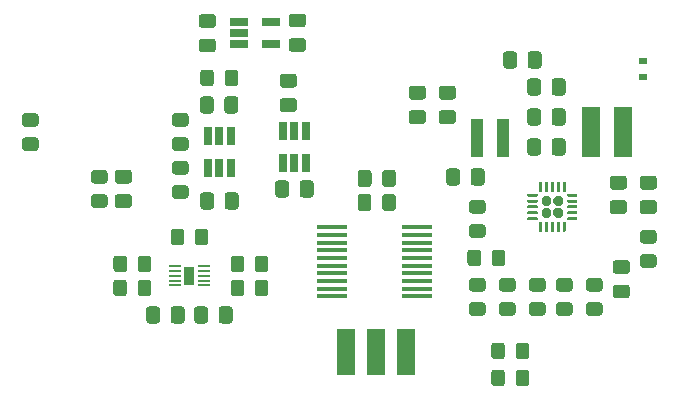
<source format=gbp>
G04 #@! TF.GenerationSoftware,KiCad,Pcbnew,(5.1.6)-1*
G04 #@! TF.CreationDate,2021-01-14T13:32:54+01:00*
G04 #@! TF.ProjectId,Power_module_v1,506f7765-725f-46d6-9f64-756c655f7631,rev?*
G04 #@! TF.SameCoordinates,Original*
G04 #@! TF.FileFunction,Paste,Bot*
G04 #@! TF.FilePolarity,Positive*
%FSLAX46Y46*%
G04 Gerber Fmt 4.6, Leading zero omitted, Abs format (unit mm)*
G04 Created by KiCad (PCBNEW (5.1.6)-1) date 2021-01-14 13:32:54*
%MOMM*%
%LPD*%
G01*
G04 APERTURE LIST*
%ADD10R,0.700000X0.600000*%
%ADD11R,1.000000X0.200000*%
%ADD12R,0.900000X1.500000*%
%ADD13R,1.600000X4.300000*%
%ADD14R,1.000000X3.200000*%
%ADD15R,0.650000X1.560000*%
%ADD16R,1.560000X0.650000*%
%ADD17R,2.500000X0.450000*%
%ADD18R,1.524000X4.000000*%
G04 APERTURE END LIST*
D10*
X145100000Y-78700000D03*
X145100000Y-77300000D03*
G36*
G01*
X107139000Y-92652001D02*
X107139000Y-91751999D01*
G75*
G02*
X107388999Y-91502000I249999J0D01*
G01*
X108039001Y-91502000D01*
G75*
G02*
X108289000Y-91751999I0J-249999D01*
G01*
X108289000Y-92652001D01*
G75*
G02*
X108039001Y-92902000I-249999J0D01*
G01*
X107388999Y-92902000D01*
G75*
G02*
X107139000Y-92652001I0J249999D01*
G01*
G37*
G36*
G01*
X105089000Y-92652001D02*
X105089000Y-91751999D01*
G75*
G02*
X105338999Y-91502000I249999J0D01*
G01*
X105989001Y-91502000D01*
G75*
G02*
X106239000Y-91751999I0J-249999D01*
G01*
X106239000Y-92652001D01*
G75*
G02*
X105989001Y-92902000I-249999J0D01*
G01*
X105338999Y-92902000D01*
G75*
G02*
X105089000Y-92652001I0J249999D01*
G01*
G37*
G36*
G01*
X112219000Y-94938001D02*
X112219000Y-94037999D01*
G75*
G02*
X112468999Y-93788000I249999J0D01*
G01*
X113119001Y-93788000D01*
G75*
G02*
X113369000Y-94037999I0J-249999D01*
G01*
X113369000Y-94938001D01*
G75*
G02*
X113119001Y-95188000I-249999J0D01*
G01*
X112468999Y-95188000D01*
G75*
G02*
X112219000Y-94938001I0J249999D01*
G01*
G37*
G36*
G01*
X110169000Y-94938001D02*
X110169000Y-94037999D01*
G75*
G02*
X110418999Y-93788000I249999J0D01*
G01*
X111069001Y-93788000D01*
G75*
G02*
X111319000Y-94037999I0J-249999D01*
G01*
X111319000Y-94938001D01*
G75*
G02*
X111069001Y-95188000I-249999J0D01*
G01*
X110418999Y-95188000D01*
G75*
G02*
X110169000Y-94938001I0J249999D01*
G01*
G37*
G36*
G01*
X136456000Y-81567000D02*
X136456000Y-82517000D01*
G75*
G02*
X136206000Y-82767000I-250000J0D01*
G01*
X135531000Y-82767000D01*
G75*
G02*
X135281000Y-82517000I0J250000D01*
G01*
X135281000Y-81567000D01*
G75*
G02*
X135531000Y-81317000I250000J0D01*
G01*
X136206000Y-81317000D01*
G75*
G02*
X136456000Y-81567000I0J-250000D01*
G01*
G37*
G36*
G01*
X138531000Y-81567000D02*
X138531000Y-82517000D01*
G75*
G02*
X138281000Y-82767000I-250000J0D01*
G01*
X137606000Y-82767000D01*
G75*
G02*
X137356000Y-82517000I0J250000D01*
G01*
X137356000Y-81567000D01*
G75*
G02*
X137606000Y-81317000I250000J0D01*
G01*
X138281000Y-81317000D01*
G75*
G02*
X138531000Y-81567000I0J-250000D01*
G01*
G37*
G36*
G01*
X142781000Y-96229500D02*
X143731000Y-96229500D01*
G75*
G02*
X143981000Y-96479500I0J-250000D01*
G01*
X143981000Y-97154500D01*
G75*
G02*
X143731000Y-97404500I-250000J0D01*
G01*
X142781000Y-97404500D01*
G75*
G02*
X142531000Y-97154500I0J250000D01*
G01*
X142531000Y-96479500D01*
G75*
G02*
X142781000Y-96229500I250000J0D01*
G01*
G37*
G36*
G01*
X142781000Y-94154500D02*
X143731000Y-94154500D01*
G75*
G02*
X143981000Y-94404500I0J-250000D01*
G01*
X143981000Y-95079500D01*
G75*
G02*
X143731000Y-95329500I-250000J0D01*
G01*
X142781000Y-95329500D01*
G75*
G02*
X142531000Y-95079500I0J250000D01*
G01*
X142531000Y-94404500D01*
G75*
G02*
X142781000Y-94154500I250000J0D01*
G01*
G37*
G36*
G01*
X126459000Y-80576000D02*
X125509000Y-80576000D01*
G75*
G02*
X125259000Y-80326000I0J250000D01*
G01*
X125259000Y-79651000D01*
G75*
G02*
X125509000Y-79401000I250000J0D01*
G01*
X126459000Y-79401000D01*
G75*
G02*
X126709000Y-79651000I0J-250000D01*
G01*
X126709000Y-80326000D01*
G75*
G02*
X126459000Y-80576000I-250000J0D01*
G01*
G37*
G36*
G01*
X126459000Y-82651000D02*
X125509000Y-82651000D01*
G75*
G02*
X125259000Y-82401000I0J250000D01*
G01*
X125259000Y-81726000D01*
G75*
G02*
X125509000Y-81476000I250000J0D01*
G01*
X126459000Y-81476000D01*
G75*
G02*
X126709000Y-81726000I0J-250000D01*
G01*
X126709000Y-82401000D01*
G75*
G02*
X126459000Y-82651000I-250000J0D01*
G01*
G37*
G36*
G01*
X142527000Y-89096000D02*
X143477000Y-89096000D01*
G75*
G02*
X143727000Y-89346000I0J-250000D01*
G01*
X143727000Y-90021000D01*
G75*
G02*
X143477000Y-90271000I-250000J0D01*
G01*
X142527000Y-90271000D01*
G75*
G02*
X142277000Y-90021000I0J250000D01*
G01*
X142277000Y-89346000D01*
G75*
G02*
X142527000Y-89096000I250000J0D01*
G01*
G37*
G36*
G01*
X142527000Y-87021000D02*
X143477000Y-87021000D01*
G75*
G02*
X143727000Y-87271000I0J-250000D01*
G01*
X143727000Y-87946000D01*
G75*
G02*
X143477000Y-88196000I-250000J0D01*
G01*
X142527000Y-88196000D01*
G75*
G02*
X142277000Y-87946000I0J250000D01*
G01*
X142277000Y-87271000D01*
G75*
G02*
X142527000Y-87021000I250000J0D01*
G01*
G37*
G36*
G01*
X136456000Y-84107000D02*
X136456000Y-85057000D01*
G75*
G02*
X136206000Y-85307000I-250000J0D01*
G01*
X135531000Y-85307000D01*
G75*
G02*
X135281000Y-85057000I0J250000D01*
G01*
X135281000Y-84107000D01*
G75*
G02*
X135531000Y-83857000I250000J0D01*
G01*
X136206000Y-83857000D01*
G75*
G02*
X136456000Y-84107000I0J-250000D01*
G01*
G37*
G36*
G01*
X138531000Y-84107000D02*
X138531000Y-85057000D01*
G75*
G02*
X138281000Y-85307000I-250000J0D01*
G01*
X137606000Y-85307000D01*
G75*
G02*
X137356000Y-85057000I0J250000D01*
G01*
X137356000Y-84107000D01*
G75*
G02*
X137606000Y-83857000I250000J0D01*
G01*
X138281000Y-83857000D01*
G75*
G02*
X138531000Y-84107000I0J-250000D01*
G01*
G37*
G36*
G01*
X122996000Y-89756000D02*
X122996000Y-88806000D01*
G75*
G02*
X123246000Y-88556000I250000J0D01*
G01*
X123921000Y-88556000D01*
G75*
G02*
X124171000Y-88806000I0J-250000D01*
G01*
X124171000Y-89756000D01*
G75*
G02*
X123921000Y-90006000I-250000J0D01*
G01*
X123246000Y-90006000D01*
G75*
G02*
X122996000Y-89756000I0J250000D01*
G01*
G37*
G36*
G01*
X120921000Y-89756000D02*
X120921000Y-88806000D01*
G75*
G02*
X121171000Y-88556000I250000J0D01*
G01*
X121846000Y-88556000D01*
G75*
G02*
X122096000Y-88806000I0J-250000D01*
G01*
X122096000Y-89756000D01*
G75*
G02*
X121846000Y-90006000I-250000J0D01*
G01*
X121171000Y-90006000D01*
G75*
G02*
X120921000Y-89756000I0J250000D01*
G01*
G37*
G36*
G01*
X123005000Y-87724000D02*
X123005000Y-86774000D01*
G75*
G02*
X123255000Y-86524000I250000J0D01*
G01*
X123930000Y-86524000D01*
G75*
G02*
X124180000Y-86774000I0J-250000D01*
G01*
X124180000Y-87724000D01*
G75*
G02*
X123930000Y-87974000I-250000J0D01*
G01*
X123255000Y-87974000D01*
G75*
G02*
X123005000Y-87724000I0J250000D01*
G01*
G37*
G36*
G01*
X120930000Y-87724000D02*
X120930000Y-86774000D01*
G75*
G02*
X121180000Y-86524000I250000J0D01*
G01*
X121855000Y-86524000D01*
G75*
G02*
X122105000Y-86774000I0J-250000D01*
G01*
X122105000Y-87724000D01*
G75*
G02*
X121855000Y-87974000I-250000J0D01*
G01*
X121180000Y-87974000D01*
G75*
G02*
X120930000Y-87724000I0J250000D01*
G01*
G37*
G36*
G01*
X109648500Y-81501000D02*
X109648500Y-80551000D01*
G75*
G02*
X109898500Y-80301000I250000J0D01*
G01*
X110573500Y-80301000D01*
G75*
G02*
X110823500Y-80551000I0J-250000D01*
G01*
X110823500Y-81501000D01*
G75*
G02*
X110573500Y-81751000I-250000J0D01*
G01*
X109898500Y-81751000D01*
G75*
G02*
X109648500Y-81501000I0J250000D01*
G01*
G37*
G36*
G01*
X107573500Y-81501000D02*
X107573500Y-80551000D01*
G75*
G02*
X107823500Y-80301000I250000J0D01*
G01*
X108498500Y-80301000D01*
G75*
G02*
X108748500Y-80551000I0J-250000D01*
G01*
X108748500Y-81501000D01*
G75*
G02*
X108498500Y-81751000I-250000J0D01*
G01*
X107823500Y-81751000D01*
G75*
G02*
X107573500Y-81501000I0J250000D01*
G01*
G37*
G36*
G01*
X115537000Y-79560000D02*
X114587000Y-79560000D01*
G75*
G02*
X114337000Y-79310000I0J250000D01*
G01*
X114337000Y-78635000D01*
G75*
G02*
X114587000Y-78385000I250000J0D01*
G01*
X115537000Y-78385000D01*
G75*
G02*
X115787000Y-78635000I0J-250000D01*
G01*
X115787000Y-79310000D01*
G75*
G02*
X115537000Y-79560000I-250000J0D01*
G01*
G37*
G36*
G01*
X115537000Y-81635000D02*
X114587000Y-81635000D01*
G75*
G02*
X114337000Y-81385000I0J250000D01*
G01*
X114337000Y-80710000D01*
G75*
G02*
X114587000Y-80460000I250000J0D01*
G01*
X115537000Y-80460000D01*
G75*
G02*
X115787000Y-80710000I0J-250000D01*
G01*
X115787000Y-81385000D01*
G75*
G02*
X115537000Y-81635000I-250000J0D01*
G01*
G37*
G36*
G01*
X108770000Y-88679000D02*
X108770000Y-89629000D01*
G75*
G02*
X108520000Y-89879000I-250000J0D01*
G01*
X107845000Y-89879000D01*
G75*
G02*
X107595000Y-89629000I0J250000D01*
G01*
X107595000Y-88679000D01*
G75*
G02*
X107845000Y-88429000I250000J0D01*
G01*
X108520000Y-88429000D01*
G75*
G02*
X108770000Y-88679000I0J-250000D01*
G01*
G37*
G36*
G01*
X110845000Y-88679000D02*
X110845000Y-89629000D01*
G75*
G02*
X110595000Y-89879000I-250000J0D01*
G01*
X109920000Y-89879000D01*
G75*
G02*
X109670000Y-89629000I0J250000D01*
G01*
X109670000Y-88679000D01*
G75*
G02*
X109920000Y-88429000I250000J0D01*
G01*
X110595000Y-88429000D01*
G75*
G02*
X110845000Y-88679000I0J-250000D01*
G01*
G37*
G36*
G01*
X101567000Y-87688000D02*
X100617000Y-87688000D01*
G75*
G02*
X100367000Y-87438000I0J250000D01*
G01*
X100367000Y-86763000D01*
G75*
G02*
X100617000Y-86513000I250000J0D01*
G01*
X101567000Y-86513000D01*
G75*
G02*
X101817000Y-86763000I0J-250000D01*
G01*
X101817000Y-87438000D01*
G75*
G02*
X101567000Y-87688000I-250000J0D01*
G01*
G37*
G36*
G01*
X101567000Y-89763000D02*
X100617000Y-89763000D01*
G75*
G02*
X100367000Y-89513000I0J250000D01*
G01*
X100367000Y-88838000D01*
G75*
G02*
X100617000Y-88588000I250000J0D01*
G01*
X101567000Y-88588000D01*
G75*
G02*
X101817000Y-88838000I0J-250000D01*
G01*
X101817000Y-89513000D01*
G75*
G02*
X101567000Y-89763000I-250000J0D01*
G01*
G37*
G36*
G01*
X115120000Y-87663000D02*
X115120000Y-88613000D01*
G75*
G02*
X114870000Y-88863000I-250000J0D01*
G01*
X114195000Y-88863000D01*
G75*
G02*
X113945000Y-88613000I0J250000D01*
G01*
X113945000Y-87663000D01*
G75*
G02*
X114195000Y-87413000I250000J0D01*
G01*
X114870000Y-87413000D01*
G75*
G02*
X115120000Y-87663000I0J-250000D01*
G01*
G37*
G36*
G01*
X117195000Y-87663000D02*
X117195000Y-88613000D01*
G75*
G02*
X116945000Y-88863000I-250000J0D01*
G01*
X116270000Y-88863000D01*
G75*
G02*
X116020000Y-88613000I0J250000D01*
G01*
X116020000Y-87663000D01*
G75*
G02*
X116270000Y-87413000I250000J0D01*
G01*
X116945000Y-87413000D01*
G75*
G02*
X117195000Y-87663000I0J-250000D01*
G01*
G37*
G36*
G01*
X108262000Y-98331000D02*
X108262000Y-99281000D01*
G75*
G02*
X108012000Y-99531000I-250000J0D01*
G01*
X107337000Y-99531000D01*
G75*
G02*
X107087000Y-99281000I0J250000D01*
G01*
X107087000Y-98331000D01*
G75*
G02*
X107337000Y-98081000I250000J0D01*
G01*
X108012000Y-98081000D01*
G75*
G02*
X108262000Y-98331000I0J-250000D01*
G01*
G37*
G36*
G01*
X110337000Y-98331000D02*
X110337000Y-99281000D01*
G75*
G02*
X110087000Y-99531000I-250000J0D01*
G01*
X109412000Y-99531000D01*
G75*
G02*
X109162000Y-99281000I0J250000D01*
G01*
X109162000Y-98331000D01*
G75*
G02*
X109412000Y-98081000I250000J0D01*
G01*
X110087000Y-98081000D01*
G75*
G02*
X110337000Y-98331000I0J-250000D01*
G01*
G37*
G36*
G01*
X116299000Y-74458500D02*
X115349000Y-74458500D01*
G75*
G02*
X115099000Y-74208500I0J250000D01*
G01*
X115099000Y-73533500D01*
G75*
G02*
X115349000Y-73283500I250000J0D01*
G01*
X116299000Y-73283500D01*
G75*
G02*
X116549000Y-73533500I0J-250000D01*
G01*
X116549000Y-74208500D01*
G75*
G02*
X116299000Y-74458500I-250000J0D01*
G01*
G37*
G36*
G01*
X116299000Y-76533500D02*
X115349000Y-76533500D01*
G75*
G02*
X115099000Y-76283500I0J250000D01*
G01*
X115099000Y-75608500D01*
G75*
G02*
X115349000Y-75358500I250000J0D01*
G01*
X116299000Y-75358500D01*
G75*
G02*
X116549000Y-75608500I0J-250000D01*
G01*
X116549000Y-76283500D01*
G75*
G02*
X116299000Y-76533500I-250000J0D01*
G01*
G37*
G36*
G01*
X107729000Y-75401500D02*
X108679000Y-75401500D01*
G75*
G02*
X108929000Y-75651500I0J-250000D01*
G01*
X108929000Y-76326500D01*
G75*
G02*
X108679000Y-76576500I-250000J0D01*
G01*
X107729000Y-76576500D01*
G75*
G02*
X107479000Y-76326500I0J250000D01*
G01*
X107479000Y-75651500D01*
G75*
G02*
X107729000Y-75401500I250000J0D01*
G01*
G37*
G36*
G01*
X107729000Y-73326500D02*
X108679000Y-73326500D01*
G75*
G02*
X108929000Y-73576500I0J-250000D01*
G01*
X108929000Y-74251500D01*
G75*
G02*
X108679000Y-74501500I-250000J0D01*
G01*
X107729000Y-74501500D01*
G75*
G02*
X107479000Y-74251500I0J250000D01*
G01*
X107479000Y-73576500D01*
G75*
G02*
X107729000Y-73326500I250000J0D01*
G01*
G37*
G36*
G01*
X105098000Y-99281000D02*
X105098000Y-98331000D01*
G75*
G02*
X105348000Y-98081000I250000J0D01*
G01*
X106023000Y-98081000D01*
G75*
G02*
X106273000Y-98331000I0J-250000D01*
G01*
X106273000Y-99281000D01*
G75*
G02*
X106023000Y-99531000I-250000J0D01*
G01*
X105348000Y-99531000D01*
G75*
G02*
X105098000Y-99281000I0J250000D01*
G01*
G37*
G36*
G01*
X103023000Y-99281000D02*
X103023000Y-98331000D01*
G75*
G02*
X103273000Y-98081000I250000J0D01*
G01*
X103948000Y-98081000D01*
G75*
G02*
X104198000Y-98331000I0J-250000D01*
G01*
X104198000Y-99281000D01*
G75*
G02*
X103948000Y-99531000I-250000J0D01*
G01*
X103273000Y-99531000D01*
G75*
G02*
X103023000Y-99281000I0J250000D01*
G01*
G37*
G36*
G01*
X128423000Y-87597000D02*
X128423000Y-86647000D01*
G75*
G02*
X128673000Y-86397000I250000J0D01*
G01*
X129348000Y-86397000D01*
G75*
G02*
X129598000Y-86647000I0J-250000D01*
G01*
X129598000Y-87597000D01*
G75*
G02*
X129348000Y-87847000I-250000J0D01*
G01*
X128673000Y-87847000D01*
G75*
G02*
X128423000Y-87597000I0J250000D01*
G01*
G37*
G36*
G01*
X130498000Y-87597000D02*
X130498000Y-86647000D01*
G75*
G02*
X130748000Y-86397000I250000J0D01*
G01*
X131423000Y-86397000D01*
G75*
G02*
X131673000Y-86647000I0J-250000D01*
G01*
X131673000Y-87597000D01*
G75*
G02*
X131423000Y-87847000I-250000J0D01*
G01*
X130748000Y-87847000D01*
G75*
G02*
X130498000Y-87597000I0J250000D01*
G01*
G37*
G36*
G01*
X145067000Y-87021000D02*
X146017000Y-87021000D01*
G75*
G02*
X146267000Y-87271000I0J-250000D01*
G01*
X146267000Y-87946000D01*
G75*
G02*
X146017000Y-88196000I-250000J0D01*
G01*
X145067000Y-88196000D01*
G75*
G02*
X144817000Y-87946000I0J250000D01*
G01*
X144817000Y-87271000D01*
G75*
G02*
X145067000Y-87021000I250000J0D01*
G01*
G37*
G36*
G01*
X145067000Y-89096000D02*
X146017000Y-89096000D01*
G75*
G02*
X146267000Y-89346000I0J-250000D01*
G01*
X146267000Y-90021000D01*
G75*
G02*
X146017000Y-90271000I-250000J0D01*
G01*
X145067000Y-90271000D01*
G75*
G02*
X144817000Y-90021000I0J250000D01*
G01*
X144817000Y-89346000D01*
G75*
G02*
X145067000Y-89096000I250000J0D01*
G01*
G37*
G36*
G01*
X136456000Y-79027000D02*
X136456000Y-79977000D01*
G75*
G02*
X136206000Y-80227000I-250000J0D01*
G01*
X135531000Y-80227000D01*
G75*
G02*
X135281000Y-79977000I0J250000D01*
G01*
X135281000Y-79027000D01*
G75*
G02*
X135531000Y-78777000I250000J0D01*
G01*
X136206000Y-78777000D01*
G75*
G02*
X136456000Y-79027000I0J-250000D01*
G01*
G37*
G36*
G01*
X138531000Y-79027000D02*
X138531000Y-79977000D01*
G75*
G02*
X138281000Y-80227000I-250000J0D01*
G01*
X137606000Y-80227000D01*
G75*
G02*
X137356000Y-79977000I0J250000D01*
G01*
X137356000Y-79027000D01*
G75*
G02*
X137606000Y-78777000I250000J0D01*
G01*
X138281000Y-78777000D01*
G75*
G02*
X138531000Y-79027000I0J-250000D01*
G01*
G37*
G36*
G01*
X135324000Y-77691000D02*
X135324000Y-76741000D01*
G75*
G02*
X135574000Y-76491000I250000J0D01*
G01*
X136249000Y-76491000D01*
G75*
G02*
X136499000Y-76741000I0J-250000D01*
G01*
X136499000Y-77691000D01*
G75*
G02*
X136249000Y-77941000I-250000J0D01*
G01*
X135574000Y-77941000D01*
G75*
G02*
X135324000Y-77691000I0J250000D01*
G01*
G37*
G36*
G01*
X133249000Y-77691000D02*
X133249000Y-76741000D01*
G75*
G02*
X133499000Y-76491000I250000J0D01*
G01*
X134174000Y-76491000D01*
G75*
G02*
X134424000Y-76741000I0J-250000D01*
G01*
X134424000Y-77691000D01*
G75*
G02*
X134174000Y-77941000I-250000J0D01*
G01*
X133499000Y-77941000D01*
G75*
G02*
X133249000Y-77691000I0J250000D01*
G01*
G37*
G36*
G01*
X128999000Y-80576000D02*
X128049000Y-80576000D01*
G75*
G02*
X127799000Y-80326000I0J250000D01*
G01*
X127799000Y-79651000D01*
G75*
G02*
X128049000Y-79401000I250000J0D01*
G01*
X128999000Y-79401000D01*
G75*
G02*
X129249000Y-79651000I0J-250000D01*
G01*
X129249000Y-80326000D01*
G75*
G02*
X128999000Y-80576000I-250000J0D01*
G01*
G37*
G36*
G01*
X128999000Y-82651000D02*
X128049000Y-82651000D01*
G75*
G02*
X127799000Y-82401000I0J250000D01*
G01*
X127799000Y-81726000D01*
G75*
G02*
X128049000Y-81476000I250000J0D01*
G01*
X128999000Y-81476000D01*
G75*
G02*
X129249000Y-81726000I0J-250000D01*
G01*
X129249000Y-82401000D01*
G75*
G02*
X128999000Y-82651000I-250000J0D01*
G01*
G37*
D11*
X105430000Y-96304000D03*
X105430000Y-95904000D03*
X105430000Y-95504000D03*
X105430000Y-95104000D03*
X105430000Y-94704000D03*
X107930000Y-94704000D03*
X107930000Y-95104000D03*
X107930000Y-95504000D03*
X107930000Y-95904000D03*
X107930000Y-96304000D03*
D12*
X106680000Y-95504000D03*
D13*
X140716000Y-83312000D03*
X143416000Y-83312000D03*
D14*
X131064000Y-83820000D03*
X133264000Y-83820000D03*
G36*
G01*
X145091999Y-91618000D02*
X145992001Y-91618000D01*
G75*
G02*
X146242000Y-91867999I0J-249999D01*
G01*
X146242000Y-92518001D01*
G75*
G02*
X145992001Y-92768000I-249999J0D01*
G01*
X145091999Y-92768000D01*
G75*
G02*
X144842000Y-92518001I0J249999D01*
G01*
X144842000Y-91867999D01*
G75*
G02*
X145091999Y-91618000I249999J0D01*
G01*
G37*
G36*
G01*
X145091999Y-93668000D02*
X145992001Y-93668000D01*
G75*
G02*
X146242000Y-93917999I0J-249999D01*
G01*
X146242000Y-94568001D01*
G75*
G02*
X145992001Y-94818000I-249999J0D01*
G01*
X145091999Y-94818000D01*
G75*
G02*
X144842000Y-94568001I0J249999D01*
G01*
X144842000Y-93917999D01*
G75*
G02*
X145091999Y-93668000I249999J0D01*
G01*
G37*
G36*
G01*
X101395000Y-96069999D02*
X101395000Y-96970001D01*
G75*
G02*
X101145001Y-97220000I-249999J0D01*
G01*
X100494999Y-97220000D01*
G75*
G02*
X100245000Y-96970001I0J249999D01*
G01*
X100245000Y-96069999D01*
G75*
G02*
X100494999Y-95820000I249999J0D01*
G01*
X101145001Y-95820000D01*
G75*
G02*
X101395000Y-96069999I0J-249999D01*
G01*
G37*
G36*
G01*
X103445000Y-96069999D02*
X103445000Y-96970001D01*
G75*
G02*
X103195001Y-97220000I-249999J0D01*
G01*
X102544999Y-97220000D01*
G75*
G02*
X102295000Y-96970001I0J249999D01*
G01*
X102295000Y-96069999D01*
G75*
G02*
X102544999Y-95820000I249999J0D01*
G01*
X103195001Y-95820000D01*
G75*
G02*
X103445000Y-96069999I0J-249999D01*
G01*
G37*
G36*
G01*
X103454000Y-94037999D02*
X103454000Y-94938001D01*
G75*
G02*
X103204001Y-95188000I-249999J0D01*
G01*
X102553999Y-95188000D01*
G75*
G02*
X102304000Y-94938001I0J249999D01*
G01*
X102304000Y-94037999D01*
G75*
G02*
X102553999Y-93788000I249999J0D01*
G01*
X103204001Y-93788000D01*
G75*
G02*
X103454000Y-94037999I0J-249999D01*
G01*
G37*
G36*
G01*
X101404000Y-94037999D02*
X101404000Y-94938001D01*
G75*
G02*
X101154001Y-95188000I-249999J0D01*
G01*
X100503999Y-95188000D01*
G75*
G02*
X100254000Y-94938001I0J249999D01*
G01*
X100254000Y-94037999D01*
G75*
G02*
X100503999Y-93788000I249999J0D01*
G01*
X101154001Y-93788000D01*
G75*
G02*
X101404000Y-94037999I0J-249999D01*
G01*
G37*
G36*
G01*
X110169000Y-96970001D02*
X110169000Y-96069999D01*
G75*
G02*
X110418999Y-95820000I249999J0D01*
G01*
X111069001Y-95820000D01*
G75*
G02*
X111319000Y-96069999I0J-249999D01*
G01*
X111319000Y-96970001D01*
G75*
G02*
X111069001Y-97220000I-249999J0D01*
G01*
X110418999Y-97220000D01*
G75*
G02*
X110169000Y-96970001I0J249999D01*
G01*
G37*
G36*
G01*
X112219000Y-96970001D02*
X112219000Y-96069999D01*
G75*
G02*
X112468999Y-95820000I249999J0D01*
G01*
X113119001Y-95820000D01*
G75*
G02*
X113369000Y-96069999I0J-249999D01*
G01*
X113369000Y-96970001D01*
G75*
G02*
X113119001Y-97220000I-249999J0D01*
G01*
X112468999Y-97220000D01*
G75*
G02*
X112219000Y-96970001I0J249999D01*
G01*
G37*
G36*
G01*
X99510001Y-89738000D02*
X98609999Y-89738000D01*
G75*
G02*
X98360000Y-89488001I0J249999D01*
G01*
X98360000Y-88837999D01*
G75*
G02*
X98609999Y-88588000I249999J0D01*
G01*
X99510001Y-88588000D01*
G75*
G02*
X99760000Y-88837999I0J-249999D01*
G01*
X99760000Y-89488001D01*
G75*
G02*
X99510001Y-89738000I-249999J0D01*
G01*
G37*
G36*
G01*
X99510001Y-87688000D02*
X98609999Y-87688000D01*
G75*
G02*
X98360000Y-87438001I0J249999D01*
G01*
X98360000Y-86787999D01*
G75*
G02*
X98609999Y-86538000I249999J0D01*
G01*
X99510001Y-86538000D01*
G75*
G02*
X99760000Y-86787999I0J-249999D01*
G01*
X99760000Y-87438001D01*
G75*
G02*
X99510001Y-87688000I-249999J0D01*
G01*
G37*
G36*
G01*
X106368001Y-86917000D02*
X105467999Y-86917000D01*
G75*
G02*
X105218000Y-86667001I0J249999D01*
G01*
X105218000Y-86016999D01*
G75*
G02*
X105467999Y-85767000I249999J0D01*
G01*
X106368001Y-85767000D01*
G75*
G02*
X106618000Y-86016999I0J-249999D01*
G01*
X106618000Y-86667001D01*
G75*
G02*
X106368001Y-86917000I-249999J0D01*
G01*
G37*
G36*
G01*
X106368001Y-88967000D02*
X105467999Y-88967000D01*
G75*
G02*
X105218000Y-88717001I0J249999D01*
G01*
X105218000Y-88066999D01*
G75*
G02*
X105467999Y-87817000I249999J0D01*
G01*
X106368001Y-87817000D01*
G75*
G02*
X106618000Y-88066999I0J-249999D01*
G01*
X106618000Y-88717001D01*
G75*
G02*
X106368001Y-88967000I-249999J0D01*
G01*
G37*
G36*
G01*
X106368001Y-84912000D02*
X105467999Y-84912000D01*
G75*
G02*
X105218000Y-84662001I0J249999D01*
G01*
X105218000Y-84011999D01*
G75*
G02*
X105467999Y-83762000I249999J0D01*
G01*
X106368001Y-83762000D01*
G75*
G02*
X106618000Y-84011999I0J-249999D01*
G01*
X106618000Y-84662001D01*
G75*
G02*
X106368001Y-84912000I-249999J0D01*
G01*
G37*
G36*
G01*
X106368001Y-82862000D02*
X105467999Y-82862000D01*
G75*
G02*
X105218000Y-82612001I0J249999D01*
G01*
X105218000Y-81961999D01*
G75*
G02*
X105467999Y-81712000I249999J0D01*
G01*
X106368001Y-81712000D01*
G75*
G02*
X106618000Y-81961999I0J-249999D01*
G01*
X106618000Y-82612001D01*
G75*
G02*
X106368001Y-82862000I-249999J0D01*
G01*
G37*
G36*
G01*
X92767999Y-83771000D02*
X93668001Y-83771000D01*
G75*
G02*
X93918000Y-84020999I0J-249999D01*
G01*
X93918000Y-84671001D01*
G75*
G02*
X93668001Y-84921000I-249999J0D01*
G01*
X92767999Y-84921000D01*
G75*
G02*
X92518000Y-84671001I0J249999D01*
G01*
X92518000Y-84020999D01*
G75*
G02*
X92767999Y-83771000I249999J0D01*
G01*
G37*
G36*
G01*
X92767999Y-81721000D02*
X93668001Y-81721000D01*
G75*
G02*
X93918000Y-81970999I0J-249999D01*
G01*
X93918000Y-82621001D01*
G75*
G02*
X93668001Y-82871000I-249999J0D01*
G01*
X92767999Y-82871000D01*
G75*
G02*
X92518000Y-82621001I0J249999D01*
G01*
X92518000Y-81970999D01*
G75*
G02*
X92767999Y-81721000I249999J0D01*
G01*
G37*
G36*
G01*
X133399000Y-103689999D02*
X133399000Y-104590001D01*
G75*
G02*
X133149001Y-104840000I-249999J0D01*
G01*
X132498999Y-104840000D01*
G75*
G02*
X132249000Y-104590001I0J249999D01*
G01*
X132249000Y-103689999D01*
G75*
G02*
X132498999Y-103440000I249999J0D01*
G01*
X133149001Y-103440000D01*
G75*
G02*
X133399000Y-103689999I0J-249999D01*
G01*
G37*
G36*
G01*
X135449000Y-103689999D02*
X135449000Y-104590001D01*
G75*
G02*
X135199001Y-104840000I-249999J0D01*
G01*
X134548999Y-104840000D01*
G75*
G02*
X134299000Y-104590001I0J249999D01*
G01*
X134299000Y-103689999D01*
G75*
G02*
X134548999Y-103440000I249999J0D01*
G01*
X135199001Y-103440000D01*
G75*
G02*
X135449000Y-103689999I0J-249999D01*
G01*
G37*
G36*
G01*
X135449000Y-101403999D02*
X135449000Y-102304001D01*
G75*
G02*
X135199001Y-102554000I-249999J0D01*
G01*
X134548999Y-102554000D01*
G75*
G02*
X134299000Y-102304001I0J249999D01*
G01*
X134299000Y-101403999D01*
G75*
G02*
X134548999Y-101154000I249999J0D01*
G01*
X135199001Y-101154000D01*
G75*
G02*
X135449000Y-101403999I0J-249999D01*
G01*
G37*
G36*
G01*
X133399000Y-101403999D02*
X133399000Y-102304001D01*
G75*
G02*
X133149001Y-102554000I-249999J0D01*
G01*
X132498999Y-102554000D01*
G75*
G02*
X132249000Y-102304001I0J249999D01*
G01*
X132249000Y-101403999D01*
G75*
G02*
X132498999Y-101154000I249999J0D01*
G01*
X133149001Y-101154000D01*
G75*
G02*
X133399000Y-101403999I0J-249999D01*
G01*
G37*
G36*
G01*
X136594001Y-96832000D02*
X135693999Y-96832000D01*
G75*
G02*
X135444000Y-96582001I0J249999D01*
G01*
X135444000Y-95931999D01*
G75*
G02*
X135693999Y-95682000I249999J0D01*
G01*
X136594001Y-95682000D01*
G75*
G02*
X136844000Y-95931999I0J-249999D01*
G01*
X136844000Y-96582001D01*
G75*
G02*
X136594001Y-96832000I-249999J0D01*
G01*
G37*
G36*
G01*
X136594001Y-98882000D02*
X135693999Y-98882000D01*
G75*
G02*
X135444000Y-98632001I0J249999D01*
G01*
X135444000Y-97981999D01*
G75*
G02*
X135693999Y-97732000I249999J0D01*
G01*
X136594001Y-97732000D01*
G75*
G02*
X136844000Y-97981999I0J-249999D01*
G01*
X136844000Y-98632001D01*
G75*
G02*
X136594001Y-98882000I-249999J0D01*
G01*
G37*
G36*
G01*
X134054001Y-98882000D02*
X133153999Y-98882000D01*
G75*
G02*
X132904000Y-98632001I0J249999D01*
G01*
X132904000Y-97981999D01*
G75*
G02*
X133153999Y-97732000I249999J0D01*
G01*
X134054001Y-97732000D01*
G75*
G02*
X134304000Y-97981999I0J-249999D01*
G01*
X134304000Y-98632001D01*
G75*
G02*
X134054001Y-98882000I-249999J0D01*
G01*
G37*
G36*
G01*
X134054001Y-96832000D02*
X133153999Y-96832000D01*
G75*
G02*
X132904000Y-96582001I0J249999D01*
G01*
X132904000Y-95931999D01*
G75*
G02*
X133153999Y-95682000I249999J0D01*
G01*
X134054001Y-95682000D01*
G75*
G02*
X134304000Y-95931999I0J-249999D01*
G01*
X134304000Y-96582001D01*
G75*
G02*
X134054001Y-96832000I-249999J0D01*
G01*
G37*
G36*
G01*
X130613999Y-97732000D02*
X131514001Y-97732000D01*
G75*
G02*
X131764000Y-97981999I0J-249999D01*
G01*
X131764000Y-98632001D01*
G75*
G02*
X131514001Y-98882000I-249999J0D01*
G01*
X130613999Y-98882000D01*
G75*
G02*
X130364000Y-98632001I0J249999D01*
G01*
X130364000Y-97981999D01*
G75*
G02*
X130613999Y-97732000I249999J0D01*
G01*
G37*
G36*
G01*
X130613999Y-95682000D02*
X131514001Y-95682000D01*
G75*
G02*
X131764000Y-95931999I0J-249999D01*
G01*
X131764000Y-96582001D01*
G75*
G02*
X131514001Y-96832000I-249999J0D01*
G01*
X130613999Y-96832000D01*
G75*
G02*
X130364000Y-96582001I0J249999D01*
G01*
X130364000Y-95931999D01*
G75*
G02*
X130613999Y-95682000I249999J0D01*
G01*
G37*
G36*
G01*
X133426000Y-93529999D02*
X133426000Y-94430001D01*
G75*
G02*
X133176001Y-94680000I-249999J0D01*
G01*
X132525999Y-94680000D01*
G75*
G02*
X132276000Y-94430001I0J249999D01*
G01*
X132276000Y-93529999D01*
G75*
G02*
X132525999Y-93280000I249999J0D01*
G01*
X133176001Y-93280000D01*
G75*
G02*
X133426000Y-93529999I0J-249999D01*
G01*
G37*
G36*
G01*
X131376000Y-93529999D02*
X131376000Y-94430001D01*
G75*
G02*
X131126001Y-94680000I-249999J0D01*
G01*
X130475999Y-94680000D01*
G75*
G02*
X130226000Y-94430001I0J249999D01*
G01*
X130226000Y-93529999D01*
G75*
G02*
X130475999Y-93280000I249999J0D01*
G01*
X131126001Y-93280000D01*
G75*
G02*
X131376000Y-93529999I0J-249999D01*
G01*
G37*
G36*
G01*
X131514001Y-90228000D02*
X130613999Y-90228000D01*
G75*
G02*
X130364000Y-89978001I0J249999D01*
G01*
X130364000Y-89327999D01*
G75*
G02*
X130613999Y-89078000I249999J0D01*
G01*
X131514001Y-89078000D01*
G75*
G02*
X131764000Y-89327999I0J-249999D01*
G01*
X131764000Y-89978001D01*
G75*
G02*
X131514001Y-90228000I-249999J0D01*
G01*
G37*
G36*
G01*
X131514001Y-92278000D02*
X130613999Y-92278000D01*
G75*
G02*
X130364000Y-92028001I0J249999D01*
G01*
X130364000Y-91377999D01*
G75*
G02*
X130613999Y-91128000I249999J0D01*
G01*
X131514001Y-91128000D01*
G75*
G02*
X131764000Y-91377999I0J-249999D01*
G01*
X131764000Y-92028001D01*
G75*
G02*
X131514001Y-92278000I-249999J0D01*
G01*
G37*
G36*
G01*
X138880001Y-96832000D02*
X137979999Y-96832000D01*
G75*
G02*
X137730000Y-96582001I0J249999D01*
G01*
X137730000Y-95931999D01*
G75*
G02*
X137979999Y-95682000I249999J0D01*
G01*
X138880001Y-95682000D01*
G75*
G02*
X139130000Y-95931999I0J-249999D01*
G01*
X139130000Y-96582001D01*
G75*
G02*
X138880001Y-96832000I-249999J0D01*
G01*
G37*
G36*
G01*
X138880001Y-98882000D02*
X137979999Y-98882000D01*
G75*
G02*
X137730000Y-98632001I0J249999D01*
G01*
X137730000Y-97981999D01*
G75*
G02*
X137979999Y-97732000I249999J0D01*
G01*
X138880001Y-97732000D01*
G75*
G02*
X139130000Y-97981999I0J-249999D01*
G01*
X139130000Y-98632001D01*
G75*
G02*
X138880001Y-98882000I-249999J0D01*
G01*
G37*
G36*
G01*
X140519999Y-95682000D02*
X141420001Y-95682000D01*
G75*
G02*
X141670000Y-95931999I0J-249999D01*
G01*
X141670000Y-96582001D01*
G75*
G02*
X141420001Y-96832000I-249999J0D01*
G01*
X140519999Y-96832000D01*
G75*
G02*
X140270000Y-96582001I0J249999D01*
G01*
X140270000Y-95931999D01*
G75*
G02*
X140519999Y-95682000I249999J0D01*
G01*
G37*
G36*
G01*
X140519999Y-97732000D02*
X141420001Y-97732000D01*
G75*
G02*
X141670000Y-97981999I0J-249999D01*
G01*
X141670000Y-98632001D01*
G75*
G02*
X141420001Y-98882000I-249999J0D01*
G01*
X140519999Y-98882000D01*
G75*
G02*
X140270000Y-98632001I0J249999D01*
G01*
X140270000Y-97981999D01*
G75*
G02*
X140519999Y-97732000I249999J0D01*
G01*
G37*
D15*
X109220000Y-83660000D03*
X110170000Y-83660000D03*
X108270000Y-83660000D03*
X108270000Y-86360000D03*
X109220000Y-86360000D03*
X110170000Y-86360000D03*
G36*
G01*
X138539000Y-87599500D02*
X138539000Y-88349500D01*
G75*
G02*
X138476500Y-88412000I-62500J0D01*
G01*
X138351500Y-88412000D01*
G75*
G02*
X138289000Y-88349500I0J62500D01*
G01*
X138289000Y-87599500D01*
G75*
G02*
X138351500Y-87537000I62500J0D01*
G01*
X138476500Y-87537000D01*
G75*
G02*
X138539000Y-87599500I0J-62500D01*
G01*
G37*
G36*
G01*
X138039000Y-87599500D02*
X138039000Y-88349500D01*
G75*
G02*
X137976500Y-88412000I-62500J0D01*
G01*
X137851500Y-88412000D01*
G75*
G02*
X137789000Y-88349500I0J62500D01*
G01*
X137789000Y-87599500D01*
G75*
G02*
X137851500Y-87537000I62500J0D01*
G01*
X137976500Y-87537000D01*
G75*
G02*
X138039000Y-87599500I0J-62500D01*
G01*
G37*
G36*
G01*
X137539000Y-87599500D02*
X137539000Y-88349500D01*
G75*
G02*
X137476500Y-88412000I-62500J0D01*
G01*
X137351500Y-88412000D01*
G75*
G02*
X137289000Y-88349500I0J62500D01*
G01*
X137289000Y-87599500D01*
G75*
G02*
X137351500Y-87537000I62500J0D01*
G01*
X137476500Y-87537000D01*
G75*
G02*
X137539000Y-87599500I0J-62500D01*
G01*
G37*
G36*
G01*
X137039000Y-87599500D02*
X137039000Y-88349500D01*
G75*
G02*
X136976500Y-88412000I-62500J0D01*
G01*
X136851500Y-88412000D01*
G75*
G02*
X136789000Y-88349500I0J62500D01*
G01*
X136789000Y-87599500D01*
G75*
G02*
X136851500Y-87537000I62500J0D01*
G01*
X136976500Y-87537000D01*
G75*
G02*
X137039000Y-87599500I0J-62500D01*
G01*
G37*
G36*
G01*
X136539000Y-87599500D02*
X136539000Y-88349500D01*
G75*
G02*
X136476500Y-88412000I-62500J0D01*
G01*
X136351500Y-88412000D01*
G75*
G02*
X136289000Y-88349500I0J62500D01*
G01*
X136289000Y-87599500D01*
G75*
G02*
X136351500Y-87537000I62500J0D01*
G01*
X136476500Y-87537000D01*
G75*
G02*
X136539000Y-87599500I0J-62500D01*
G01*
G37*
G36*
G01*
X136164000Y-88599500D02*
X136164000Y-88724500D01*
G75*
G02*
X136101500Y-88787000I-62500J0D01*
G01*
X135351500Y-88787000D01*
G75*
G02*
X135289000Y-88724500I0J62500D01*
G01*
X135289000Y-88599500D01*
G75*
G02*
X135351500Y-88537000I62500J0D01*
G01*
X136101500Y-88537000D01*
G75*
G02*
X136164000Y-88599500I0J-62500D01*
G01*
G37*
G36*
G01*
X136164000Y-89099500D02*
X136164000Y-89224500D01*
G75*
G02*
X136101500Y-89287000I-62500J0D01*
G01*
X135351500Y-89287000D01*
G75*
G02*
X135289000Y-89224500I0J62500D01*
G01*
X135289000Y-89099500D01*
G75*
G02*
X135351500Y-89037000I62500J0D01*
G01*
X136101500Y-89037000D01*
G75*
G02*
X136164000Y-89099500I0J-62500D01*
G01*
G37*
G36*
G01*
X136164000Y-89599500D02*
X136164000Y-89724500D01*
G75*
G02*
X136101500Y-89787000I-62500J0D01*
G01*
X135351500Y-89787000D01*
G75*
G02*
X135289000Y-89724500I0J62500D01*
G01*
X135289000Y-89599500D01*
G75*
G02*
X135351500Y-89537000I62500J0D01*
G01*
X136101500Y-89537000D01*
G75*
G02*
X136164000Y-89599500I0J-62500D01*
G01*
G37*
G36*
G01*
X136164000Y-90099500D02*
X136164000Y-90224500D01*
G75*
G02*
X136101500Y-90287000I-62500J0D01*
G01*
X135351500Y-90287000D01*
G75*
G02*
X135289000Y-90224500I0J62500D01*
G01*
X135289000Y-90099500D01*
G75*
G02*
X135351500Y-90037000I62500J0D01*
G01*
X136101500Y-90037000D01*
G75*
G02*
X136164000Y-90099500I0J-62500D01*
G01*
G37*
G36*
G01*
X136164000Y-90599500D02*
X136164000Y-90724500D01*
G75*
G02*
X136101500Y-90787000I-62500J0D01*
G01*
X135351500Y-90787000D01*
G75*
G02*
X135289000Y-90724500I0J62500D01*
G01*
X135289000Y-90599500D01*
G75*
G02*
X135351500Y-90537000I62500J0D01*
G01*
X136101500Y-90537000D01*
G75*
G02*
X136164000Y-90599500I0J-62500D01*
G01*
G37*
G36*
G01*
X136539000Y-90974500D02*
X136539000Y-91724500D01*
G75*
G02*
X136476500Y-91787000I-62500J0D01*
G01*
X136351500Y-91787000D01*
G75*
G02*
X136289000Y-91724500I0J62500D01*
G01*
X136289000Y-90974500D01*
G75*
G02*
X136351500Y-90912000I62500J0D01*
G01*
X136476500Y-90912000D01*
G75*
G02*
X136539000Y-90974500I0J-62500D01*
G01*
G37*
G36*
G01*
X137039000Y-90974500D02*
X137039000Y-91724500D01*
G75*
G02*
X136976500Y-91787000I-62500J0D01*
G01*
X136851500Y-91787000D01*
G75*
G02*
X136789000Y-91724500I0J62500D01*
G01*
X136789000Y-90974500D01*
G75*
G02*
X136851500Y-90912000I62500J0D01*
G01*
X136976500Y-90912000D01*
G75*
G02*
X137039000Y-90974500I0J-62500D01*
G01*
G37*
G36*
G01*
X137539000Y-90974500D02*
X137539000Y-91724500D01*
G75*
G02*
X137476500Y-91787000I-62500J0D01*
G01*
X137351500Y-91787000D01*
G75*
G02*
X137289000Y-91724500I0J62500D01*
G01*
X137289000Y-90974500D01*
G75*
G02*
X137351500Y-90912000I62500J0D01*
G01*
X137476500Y-90912000D01*
G75*
G02*
X137539000Y-90974500I0J-62500D01*
G01*
G37*
G36*
G01*
X138039000Y-90974500D02*
X138039000Y-91724500D01*
G75*
G02*
X137976500Y-91787000I-62500J0D01*
G01*
X137851500Y-91787000D01*
G75*
G02*
X137789000Y-91724500I0J62500D01*
G01*
X137789000Y-90974500D01*
G75*
G02*
X137851500Y-90912000I62500J0D01*
G01*
X137976500Y-90912000D01*
G75*
G02*
X138039000Y-90974500I0J-62500D01*
G01*
G37*
G36*
G01*
X138539000Y-90974500D02*
X138539000Y-91724500D01*
G75*
G02*
X138476500Y-91787000I-62500J0D01*
G01*
X138351500Y-91787000D01*
G75*
G02*
X138289000Y-91724500I0J62500D01*
G01*
X138289000Y-90974500D01*
G75*
G02*
X138351500Y-90912000I62500J0D01*
G01*
X138476500Y-90912000D01*
G75*
G02*
X138539000Y-90974500I0J-62500D01*
G01*
G37*
G36*
G01*
X139539000Y-90599500D02*
X139539000Y-90724500D01*
G75*
G02*
X139476500Y-90787000I-62500J0D01*
G01*
X138726500Y-90787000D01*
G75*
G02*
X138664000Y-90724500I0J62500D01*
G01*
X138664000Y-90599500D01*
G75*
G02*
X138726500Y-90537000I62500J0D01*
G01*
X139476500Y-90537000D01*
G75*
G02*
X139539000Y-90599500I0J-62500D01*
G01*
G37*
G36*
G01*
X139539000Y-90099500D02*
X139539000Y-90224500D01*
G75*
G02*
X139476500Y-90287000I-62500J0D01*
G01*
X138726500Y-90287000D01*
G75*
G02*
X138664000Y-90224500I0J62500D01*
G01*
X138664000Y-90099500D01*
G75*
G02*
X138726500Y-90037000I62500J0D01*
G01*
X139476500Y-90037000D01*
G75*
G02*
X139539000Y-90099500I0J-62500D01*
G01*
G37*
G36*
G01*
X139539000Y-89599500D02*
X139539000Y-89724500D01*
G75*
G02*
X139476500Y-89787000I-62500J0D01*
G01*
X138726500Y-89787000D01*
G75*
G02*
X138664000Y-89724500I0J62500D01*
G01*
X138664000Y-89599500D01*
G75*
G02*
X138726500Y-89537000I62500J0D01*
G01*
X139476500Y-89537000D01*
G75*
G02*
X139539000Y-89599500I0J-62500D01*
G01*
G37*
G36*
G01*
X139539000Y-89099500D02*
X139539000Y-89224500D01*
G75*
G02*
X139476500Y-89287000I-62500J0D01*
G01*
X138726500Y-89287000D01*
G75*
G02*
X138664000Y-89224500I0J62500D01*
G01*
X138664000Y-89099500D01*
G75*
G02*
X138726500Y-89037000I62500J0D01*
G01*
X139476500Y-89037000D01*
G75*
G02*
X139539000Y-89099500I0J-62500D01*
G01*
G37*
G36*
G01*
X139539000Y-88599500D02*
X139539000Y-88724500D01*
G75*
G02*
X139476500Y-88787000I-62500J0D01*
G01*
X138726500Y-88787000D01*
G75*
G02*
X138664000Y-88724500I0J62500D01*
G01*
X138664000Y-88599500D01*
G75*
G02*
X138726500Y-88537000I62500J0D01*
G01*
X139476500Y-88537000D01*
G75*
G02*
X139539000Y-88599500I0J-62500D01*
G01*
G37*
G36*
G01*
X137319000Y-89959500D02*
X137319000Y-90364500D01*
G75*
G02*
X137116500Y-90567000I-202500J0D01*
G01*
X136711500Y-90567000D01*
G75*
G02*
X136509000Y-90364500I0J202500D01*
G01*
X136509000Y-89959500D01*
G75*
G02*
X136711500Y-89757000I202500J0D01*
G01*
X137116500Y-89757000D01*
G75*
G02*
X137319000Y-89959500I0J-202500D01*
G01*
G37*
G36*
G01*
X137319000Y-88959500D02*
X137319000Y-89364500D01*
G75*
G02*
X137116500Y-89567000I-202500J0D01*
G01*
X136711500Y-89567000D01*
G75*
G02*
X136509000Y-89364500I0J202500D01*
G01*
X136509000Y-88959500D01*
G75*
G02*
X136711500Y-88757000I202500J0D01*
G01*
X137116500Y-88757000D01*
G75*
G02*
X137319000Y-88959500I0J-202500D01*
G01*
G37*
G36*
G01*
X138319000Y-89959500D02*
X138319000Y-90364500D01*
G75*
G02*
X138116500Y-90567000I-202500J0D01*
G01*
X137711500Y-90567000D01*
G75*
G02*
X137509000Y-90364500I0J202500D01*
G01*
X137509000Y-89959500D01*
G75*
G02*
X137711500Y-89757000I202500J0D01*
G01*
X138116500Y-89757000D01*
G75*
G02*
X138319000Y-89959500I0J-202500D01*
G01*
G37*
G36*
G01*
X138319000Y-88959500D02*
X138319000Y-89364500D01*
G75*
G02*
X138116500Y-89567000I-202500J0D01*
G01*
X137711500Y-89567000D01*
G75*
G02*
X137509000Y-89364500I0J202500D01*
G01*
X137509000Y-88959500D01*
G75*
G02*
X137711500Y-88757000I202500J0D01*
G01*
X138116500Y-88757000D01*
G75*
G02*
X138319000Y-88959500I0J-202500D01*
G01*
G37*
D16*
X110918000Y-75880000D03*
X110918000Y-74930000D03*
X110918000Y-73980000D03*
X113618000Y-73980000D03*
X113618000Y-75880000D03*
D17*
X125984000Y-91380000D03*
X125984000Y-92030000D03*
X125984000Y-92680000D03*
X125984000Y-93330000D03*
X125984000Y-93980000D03*
X125984000Y-94630000D03*
X125984000Y-95280000D03*
X125984000Y-95930000D03*
X125984000Y-96580000D03*
X125984000Y-97230000D03*
X118784000Y-97230000D03*
X118784000Y-96580000D03*
X118784000Y-95930000D03*
X118784000Y-95280000D03*
X118784000Y-94630000D03*
X118784000Y-93980000D03*
X118784000Y-93330000D03*
X118784000Y-92680000D03*
X118784000Y-92030000D03*
X118784000Y-91380000D03*
D18*
X125049280Y-101912420D03*
X122509280Y-101912420D03*
X119969280Y-101912420D03*
G36*
G01*
X110811000Y-78289999D02*
X110811000Y-79190001D01*
G75*
G02*
X110561001Y-79440000I-249999J0D01*
G01*
X109910999Y-79440000D01*
G75*
G02*
X109661000Y-79190001I0J249999D01*
G01*
X109661000Y-78289999D01*
G75*
G02*
X109910999Y-78040000I249999J0D01*
G01*
X110561001Y-78040000D01*
G75*
G02*
X110811000Y-78289999I0J-249999D01*
G01*
G37*
G36*
G01*
X108761000Y-78289999D02*
X108761000Y-79190001D01*
G75*
G02*
X108511001Y-79440000I-249999J0D01*
G01*
X107860999Y-79440000D01*
G75*
G02*
X107611000Y-79190001I0J249999D01*
G01*
X107611000Y-78289999D01*
G75*
G02*
X107860999Y-78040000I249999J0D01*
G01*
X108511001Y-78040000D01*
G75*
G02*
X108761000Y-78289999I0J-249999D01*
G01*
G37*
D15*
X116520000Y-85932000D03*
X115570000Y-85932000D03*
X114620000Y-85932000D03*
X114620000Y-83232000D03*
X116520000Y-83232000D03*
X115570000Y-83232000D03*
M02*

</source>
